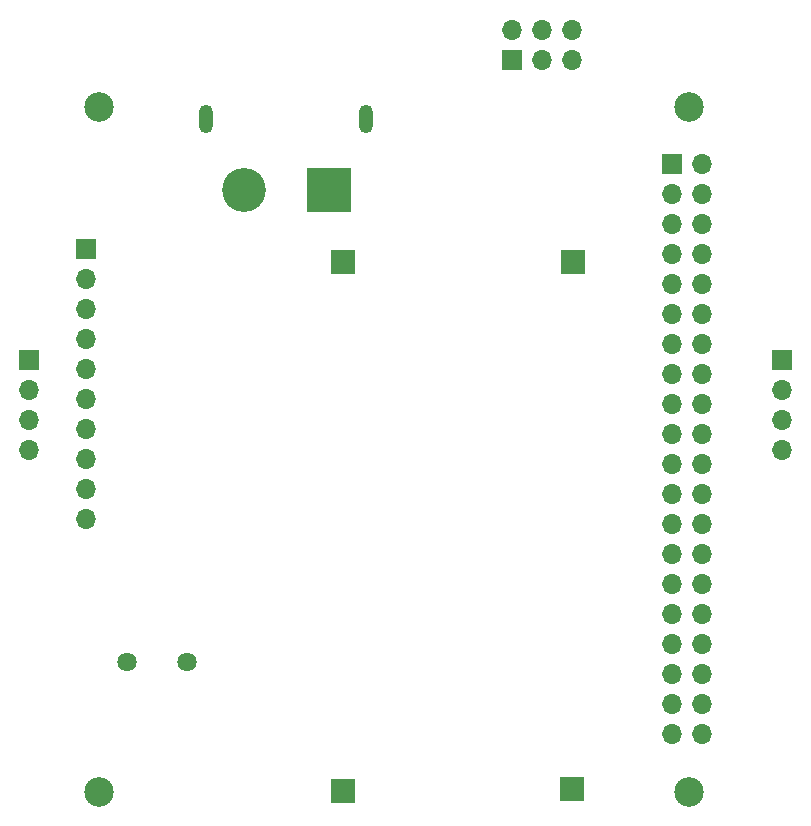
<source format=gbr>
%TF.GenerationSoftware,KiCad,Pcbnew,7.0.2-0*%
%TF.CreationDate,2024-01-24T17:00:23-05:00*%
%TF.ProjectId,Pi_HAT_V4_Simple,50695f48-4154-45f5-9634-5f53696d706c,rev?*%
%TF.SameCoordinates,Original*%
%TF.FileFunction,Soldermask,Bot*%
%TF.FilePolarity,Negative*%
%FSLAX46Y46*%
G04 Gerber Fmt 4.6, Leading zero omitted, Abs format (unit mm)*
G04 Created by KiCad (PCBNEW 7.0.2-0) date 2024-01-24 17:00:23*
%MOMM*%
%LPD*%
G01*
G04 APERTURE LIST*
%ADD10R,1.700000X1.700000*%
%ADD11O,1.700000X1.700000*%
%ADD12C,2.500000*%
%ADD13R,3.716000X3.716000*%
%ADD14C,3.716000*%
%ADD15O,1.200000X2.400000*%
%ADD16C,1.635000*%
%ADD17R,2.000000X2.000000*%
G04 APERTURE END LIST*
D10*
%TO.C,J3*%
X137475000Y-70525000D03*
D11*
X137475000Y-67985000D03*
X140015000Y-70525000D03*
X140015000Y-67985000D03*
X142555000Y-70525000D03*
X142555000Y-67985000D03*
%TD*%
D12*
%TO.C,H1*%
X152500000Y-74500000D03*
%TD*%
%TO.C,H2*%
X102500000Y-74500000D03*
%TD*%
%TO.C,H3*%
X102500000Y-132500000D03*
%TD*%
D10*
%TO.C,J1*%
X101386000Y-86563200D03*
D11*
X101386000Y-89103200D03*
X101386000Y-91643200D03*
X101386000Y-94183200D03*
X101386000Y-96723200D03*
X101386000Y-99263200D03*
X101386000Y-101803200D03*
X101386000Y-104343200D03*
X101386000Y-106883200D03*
X101386000Y-109423200D03*
%TD*%
D12*
%TO.C,H4*%
X152500000Y-132500000D03*
%TD*%
D10*
%TO.C,J2*%
X151000000Y-79400000D03*
D11*
X153540000Y-79400000D03*
X151000000Y-81940000D03*
X153540000Y-81940000D03*
X151000000Y-84480000D03*
X153540000Y-84480000D03*
X151000000Y-87020000D03*
X153540000Y-87020000D03*
X151000000Y-89560000D03*
X153540000Y-89560000D03*
X151000000Y-92100000D03*
X153540000Y-92100000D03*
X151000000Y-94640000D03*
X153540000Y-94640000D03*
X151000000Y-97180000D03*
X153540000Y-97180000D03*
X151000000Y-99720000D03*
X153540000Y-99720000D03*
X151000000Y-102260000D03*
X153540000Y-102260000D03*
X151000000Y-104800000D03*
X153540000Y-104800000D03*
X151000000Y-107340000D03*
X153540000Y-107340000D03*
X151000000Y-109880000D03*
X153540000Y-109880000D03*
X151000000Y-112420000D03*
X153540000Y-112420000D03*
X151000000Y-114960000D03*
X153540000Y-114960000D03*
X151000000Y-117500000D03*
X153540000Y-117500000D03*
X151000000Y-120040000D03*
X153540000Y-120040000D03*
X151000000Y-122580000D03*
X153540000Y-122580000D03*
X151000000Y-125120000D03*
X153540000Y-125120000D03*
X151000000Y-127660000D03*
X153540000Y-127660000D03*
%TD*%
D13*
%TO.C,J5*%
X121964000Y-81562550D03*
D14*
X114764000Y-81562550D03*
D15*
X125114000Y-75562550D03*
X111614000Y-75562550D03*
%TD*%
D10*
%TO.C,J7*%
X96621600Y-95935800D03*
D11*
X96621600Y-98475800D03*
X96621600Y-101015800D03*
X96621600Y-103555800D03*
%TD*%
D10*
%TO.C,J6*%
X160350000Y-96000000D03*
D11*
X160350000Y-98540000D03*
X160350000Y-101080000D03*
X160350000Y-103620000D03*
%TD*%
D16*
%TO.C,S1*%
X110007400Y-121513600D03*
X104927400Y-121513600D03*
%TD*%
D17*
%TO.C,U1*%
X142595600Y-132308600D03*
X123143600Y-132422600D03*
X142643600Y-87672600D03*
X123143600Y-87672600D03*
%TD*%
M02*

</source>
